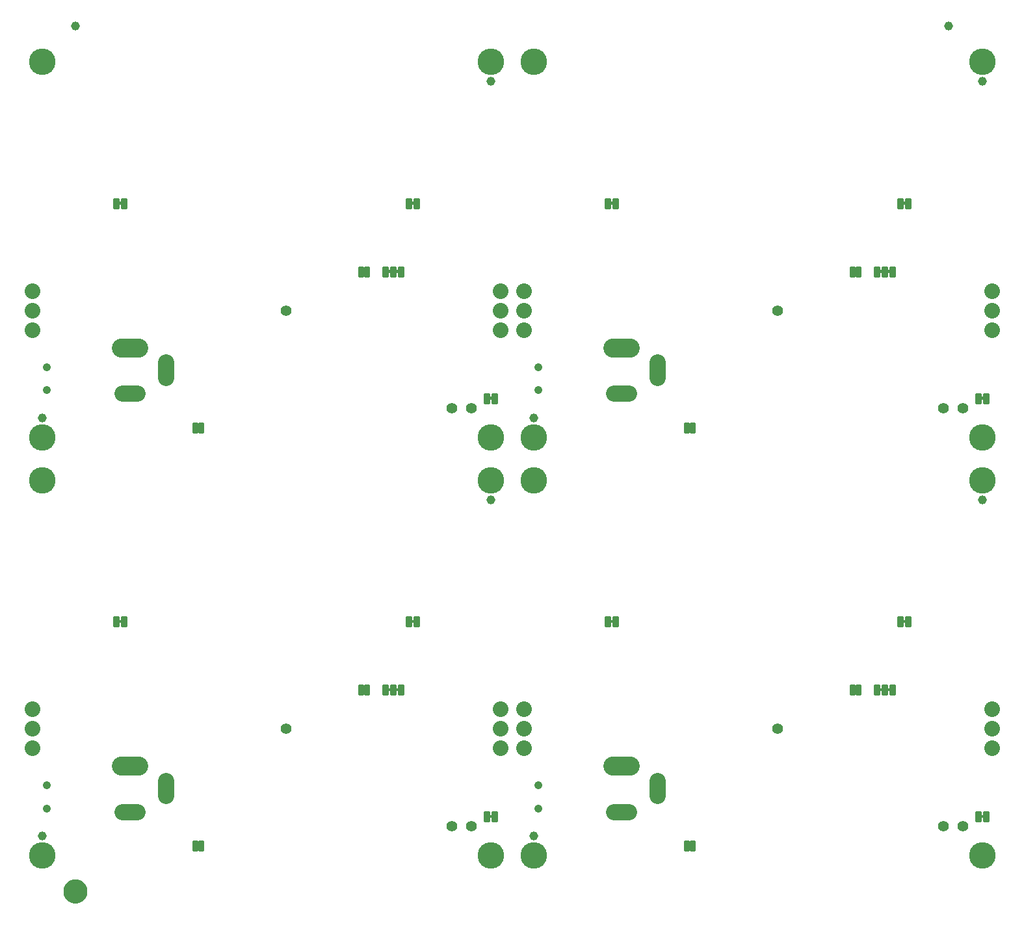
<source format=gbs>
G04 EAGLE Gerber RS-274X export*
G75*
%MOMM*%
%FSLAX34Y34*%
%LPD*%
%INSoldermask Bottom*%
%IPPOS*%
%AMOC8*
5,1,8,0,0,1.08239X$1,22.5*%
G01*
%ADD10C,1.152400*%
%ADD11C,3.454400*%
%ADD12C,0.251966*%
%ADD13C,2.032000*%
%ADD14C,2.152400*%
%ADD15C,2.452400*%
%ADD16C,1.052400*%
%ADD17C,1.422400*%
%ADD18C,1.270000*%
%ADD19C,1.652400*%

G36*
X128970Y873137D02*
X128970Y873137D01*
X129036Y873139D01*
X129079Y873157D01*
X129126Y873165D01*
X129183Y873199D01*
X129243Y873224D01*
X129278Y873255D01*
X129319Y873280D01*
X129361Y873331D01*
X129409Y873375D01*
X129431Y873417D01*
X129460Y873454D01*
X129481Y873516D01*
X129512Y873575D01*
X129520Y873629D01*
X129532Y873666D01*
X129531Y873706D01*
X129539Y873760D01*
X129539Y876300D01*
X129528Y876365D01*
X129526Y876431D01*
X129508Y876474D01*
X129500Y876521D01*
X129466Y876578D01*
X129441Y876638D01*
X129410Y876673D01*
X129385Y876714D01*
X129334Y876756D01*
X129290Y876804D01*
X129248Y876826D01*
X129211Y876855D01*
X129149Y876876D01*
X129090Y876907D01*
X129036Y876915D01*
X128999Y876927D01*
X128959Y876926D01*
X128905Y876934D01*
X125095Y876934D01*
X125030Y876923D01*
X124964Y876921D01*
X124921Y876903D01*
X124874Y876895D01*
X124817Y876861D01*
X124757Y876836D01*
X124722Y876805D01*
X124681Y876780D01*
X124640Y876729D01*
X124591Y876685D01*
X124569Y876643D01*
X124540Y876606D01*
X124519Y876544D01*
X124488Y876485D01*
X124480Y876431D01*
X124468Y876394D01*
X124468Y876391D01*
X124469Y876354D01*
X124461Y876300D01*
X124461Y873760D01*
X124472Y873695D01*
X124474Y873629D01*
X124492Y873586D01*
X124500Y873539D01*
X124534Y873482D01*
X124559Y873422D01*
X124590Y873387D01*
X124615Y873346D01*
X124666Y873305D01*
X124710Y873256D01*
X124752Y873234D01*
X124789Y873205D01*
X124851Y873184D01*
X124910Y873153D01*
X124964Y873145D01*
X125001Y873133D01*
X125041Y873134D01*
X125095Y873126D01*
X128905Y873126D01*
X128970Y873137D01*
G37*
G36*
X1150050Y873137D02*
X1150050Y873137D01*
X1150116Y873139D01*
X1150159Y873157D01*
X1150206Y873165D01*
X1150263Y873199D01*
X1150323Y873224D01*
X1150358Y873255D01*
X1150399Y873280D01*
X1150441Y873331D01*
X1150489Y873375D01*
X1150511Y873417D01*
X1150540Y873454D01*
X1150561Y873516D01*
X1150592Y873575D01*
X1150600Y873629D01*
X1150612Y873666D01*
X1150611Y873706D01*
X1150619Y873760D01*
X1150619Y876300D01*
X1150608Y876365D01*
X1150606Y876431D01*
X1150588Y876474D01*
X1150580Y876521D01*
X1150546Y876578D01*
X1150521Y876638D01*
X1150490Y876673D01*
X1150465Y876714D01*
X1150414Y876756D01*
X1150370Y876804D01*
X1150328Y876826D01*
X1150291Y876855D01*
X1150229Y876876D01*
X1150170Y876907D01*
X1150116Y876915D01*
X1150079Y876927D01*
X1150039Y876926D01*
X1149985Y876934D01*
X1146175Y876934D01*
X1146110Y876923D01*
X1146044Y876921D01*
X1146001Y876903D01*
X1145954Y876895D01*
X1145897Y876861D01*
X1145837Y876836D01*
X1145802Y876805D01*
X1145761Y876780D01*
X1145720Y876729D01*
X1145671Y876685D01*
X1145649Y876643D01*
X1145620Y876606D01*
X1145599Y876544D01*
X1145568Y876485D01*
X1145560Y876431D01*
X1145548Y876394D01*
X1145548Y876391D01*
X1145549Y876354D01*
X1145541Y876300D01*
X1145541Y873760D01*
X1145552Y873695D01*
X1145554Y873629D01*
X1145572Y873586D01*
X1145580Y873539D01*
X1145614Y873482D01*
X1145639Y873422D01*
X1145670Y873387D01*
X1145695Y873346D01*
X1145746Y873305D01*
X1145790Y873256D01*
X1145832Y873234D01*
X1145869Y873205D01*
X1145931Y873184D01*
X1145990Y873153D01*
X1146044Y873145D01*
X1146081Y873133D01*
X1146121Y873134D01*
X1146175Y873126D01*
X1149985Y873126D01*
X1150050Y873137D01*
G37*
G36*
X509970Y873137D02*
X509970Y873137D01*
X510036Y873139D01*
X510079Y873157D01*
X510126Y873165D01*
X510183Y873199D01*
X510243Y873224D01*
X510278Y873255D01*
X510319Y873280D01*
X510361Y873331D01*
X510409Y873375D01*
X510431Y873417D01*
X510460Y873454D01*
X510481Y873516D01*
X510512Y873575D01*
X510520Y873629D01*
X510532Y873666D01*
X510531Y873706D01*
X510539Y873760D01*
X510539Y876300D01*
X510528Y876365D01*
X510526Y876431D01*
X510508Y876474D01*
X510500Y876521D01*
X510466Y876578D01*
X510441Y876638D01*
X510410Y876673D01*
X510385Y876714D01*
X510334Y876756D01*
X510290Y876804D01*
X510248Y876826D01*
X510211Y876855D01*
X510149Y876876D01*
X510090Y876907D01*
X510036Y876915D01*
X509999Y876927D01*
X509959Y876926D01*
X509905Y876934D01*
X506095Y876934D01*
X506030Y876923D01*
X505964Y876921D01*
X505921Y876903D01*
X505874Y876895D01*
X505817Y876861D01*
X505757Y876836D01*
X505722Y876805D01*
X505681Y876780D01*
X505640Y876729D01*
X505591Y876685D01*
X505569Y876643D01*
X505540Y876606D01*
X505519Y876544D01*
X505488Y876485D01*
X505480Y876431D01*
X505468Y876394D01*
X505468Y876391D01*
X505469Y876354D01*
X505461Y876300D01*
X505461Y873760D01*
X505472Y873695D01*
X505474Y873629D01*
X505492Y873586D01*
X505500Y873539D01*
X505534Y873482D01*
X505559Y873422D01*
X505590Y873387D01*
X505615Y873346D01*
X505666Y873305D01*
X505710Y873256D01*
X505752Y873234D01*
X505789Y873205D01*
X505851Y873184D01*
X505910Y873153D01*
X505964Y873145D01*
X506001Y873133D01*
X506041Y873134D01*
X506095Y873126D01*
X509905Y873126D01*
X509970Y873137D01*
G37*
G36*
X769050Y873137D02*
X769050Y873137D01*
X769116Y873139D01*
X769159Y873157D01*
X769206Y873165D01*
X769263Y873199D01*
X769323Y873224D01*
X769358Y873255D01*
X769399Y873280D01*
X769441Y873331D01*
X769489Y873375D01*
X769511Y873417D01*
X769540Y873454D01*
X769561Y873516D01*
X769592Y873575D01*
X769600Y873629D01*
X769612Y873666D01*
X769611Y873706D01*
X769619Y873760D01*
X769619Y876300D01*
X769608Y876365D01*
X769606Y876431D01*
X769588Y876474D01*
X769580Y876521D01*
X769546Y876578D01*
X769521Y876638D01*
X769490Y876673D01*
X769465Y876714D01*
X769414Y876756D01*
X769370Y876804D01*
X769328Y876826D01*
X769291Y876855D01*
X769229Y876876D01*
X769170Y876907D01*
X769116Y876915D01*
X769079Y876927D01*
X769039Y876926D01*
X768985Y876934D01*
X765175Y876934D01*
X765110Y876923D01*
X765044Y876921D01*
X765001Y876903D01*
X764954Y876895D01*
X764897Y876861D01*
X764837Y876836D01*
X764802Y876805D01*
X764761Y876780D01*
X764720Y876729D01*
X764671Y876685D01*
X764649Y876643D01*
X764620Y876606D01*
X764599Y876544D01*
X764568Y876485D01*
X764560Y876431D01*
X764548Y876394D01*
X764548Y876391D01*
X764549Y876354D01*
X764541Y876300D01*
X764541Y873760D01*
X764552Y873695D01*
X764554Y873629D01*
X764572Y873586D01*
X764580Y873539D01*
X764614Y873482D01*
X764639Y873422D01*
X764670Y873387D01*
X764695Y873346D01*
X764746Y873305D01*
X764790Y873256D01*
X764832Y873234D01*
X764869Y873205D01*
X764931Y873184D01*
X764990Y873153D01*
X765044Y873145D01*
X765081Y873133D01*
X765121Y873134D01*
X765175Y873126D01*
X768985Y873126D01*
X769050Y873137D01*
G37*
G36*
X1129730Y784237D02*
X1129730Y784237D01*
X1129796Y784239D01*
X1129839Y784257D01*
X1129886Y784265D01*
X1129943Y784299D01*
X1130003Y784324D01*
X1130038Y784355D01*
X1130079Y784380D01*
X1130121Y784431D01*
X1130169Y784475D01*
X1130191Y784517D01*
X1130220Y784554D01*
X1130241Y784616D01*
X1130272Y784675D01*
X1130280Y784729D01*
X1130292Y784766D01*
X1130291Y784806D01*
X1130299Y784860D01*
X1130299Y787400D01*
X1130288Y787465D01*
X1130286Y787531D01*
X1130268Y787574D01*
X1130260Y787621D01*
X1130226Y787678D01*
X1130201Y787738D01*
X1130170Y787773D01*
X1130145Y787814D01*
X1130094Y787856D01*
X1130050Y787904D01*
X1130008Y787926D01*
X1129971Y787955D01*
X1129909Y787976D01*
X1129850Y788007D01*
X1129796Y788015D01*
X1129759Y788027D01*
X1129719Y788026D01*
X1129665Y788034D01*
X1125855Y788034D01*
X1125790Y788023D01*
X1125724Y788021D01*
X1125681Y788003D01*
X1125634Y787995D01*
X1125577Y787961D01*
X1125517Y787936D01*
X1125482Y787905D01*
X1125441Y787880D01*
X1125400Y787829D01*
X1125351Y787785D01*
X1125329Y787743D01*
X1125300Y787706D01*
X1125279Y787644D01*
X1125248Y787585D01*
X1125240Y787531D01*
X1125228Y787494D01*
X1125228Y787491D01*
X1125229Y787454D01*
X1125221Y787400D01*
X1125221Y784860D01*
X1125232Y784795D01*
X1125234Y784729D01*
X1125252Y784686D01*
X1125260Y784639D01*
X1125294Y784582D01*
X1125319Y784522D01*
X1125350Y784487D01*
X1125375Y784446D01*
X1125426Y784405D01*
X1125470Y784356D01*
X1125512Y784334D01*
X1125549Y784305D01*
X1125611Y784284D01*
X1125670Y784253D01*
X1125724Y784245D01*
X1125761Y784233D01*
X1125801Y784234D01*
X1125855Y784226D01*
X1129665Y784226D01*
X1129730Y784237D01*
G37*
G36*
X1119570Y784237D02*
X1119570Y784237D01*
X1119636Y784239D01*
X1119679Y784257D01*
X1119726Y784265D01*
X1119783Y784299D01*
X1119843Y784324D01*
X1119878Y784355D01*
X1119919Y784380D01*
X1119961Y784431D01*
X1120009Y784475D01*
X1120031Y784517D01*
X1120060Y784554D01*
X1120081Y784616D01*
X1120112Y784675D01*
X1120120Y784729D01*
X1120132Y784766D01*
X1120131Y784806D01*
X1120139Y784860D01*
X1120139Y787400D01*
X1120128Y787465D01*
X1120126Y787531D01*
X1120108Y787574D01*
X1120100Y787621D01*
X1120066Y787678D01*
X1120041Y787738D01*
X1120010Y787773D01*
X1119985Y787814D01*
X1119934Y787856D01*
X1119890Y787904D01*
X1119848Y787926D01*
X1119811Y787955D01*
X1119749Y787976D01*
X1119690Y788007D01*
X1119636Y788015D01*
X1119599Y788027D01*
X1119559Y788026D01*
X1119505Y788034D01*
X1115695Y788034D01*
X1115630Y788023D01*
X1115564Y788021D01*
X1115521Y788003D01*
X1115474Y787995D01*
X1115417Y787961D01*
X1115357Y787936D01*
X1115322Y787905D01*
X1115281Y787880D01*
X1115240Y787829D01*
X1115191Y787785D01*
X1115169Y787743D01*
X1115140Y787706D01*
X1115119Y787644D01*
X1115088Y787585D01*
X1115080Y787531D01*
X1115068Y787494D01*
X1115068Y787491D01*
X1115069Y787454D01*
X1115061Y787400D01*
X1115061Y784860D01*
X1115072Y784795D01*
X1115074Y784729D01*
X1115092Y784686D01*
X1115100Y784639D01*
X1115134Y784582D01*
X1115159Y784522D01*
X1115190Y784487D01*
X1115215Y784446D01*
X1115266Y784405D01*
X1115310Y784356D01*
X1115352Y784334D01*
X1115389Y784305D01*
X1115451Y784284D01*
X1115510Y784253D01*
X1115564Y784245D01*
X1115601Y784233D01*
X1115641Y784234D01*
X1115695Y784226D01*
X1119505Y784226D01*
X1119570Y784237D01*
G37*
G36*
X489650Y784237D02*
X489650Y784237D01*
X489716Y784239D01*
X489759Y784257D01*
X489806Y784265D01*
X489863Y784299D01*
X489923Y784324D01*
X489958Y784355D01*
X489999Y784380D01*
X490041Y784431D01*
X490089Y784475D01*
X490111Y784517D01*
X490140Y784554D01*
X490161Y784616D01*
X490192Y784675D01*
X490200Y784729D01*
X490212Y784766D01*
X490211Y784806D01*
X490219Y784860D01*
X490219Y787400D01*
X490208Y787465D01*
X490206Y787531D01*
X490188Y787574D01*
X490180Y787621D01*
X490146Y787678D01*
X490121Y787738D01*
X490090Y787773D01*
X490065Y787814D01*
X490014Y787856D01*
X489970Y787904D01*
X489928Y787926D01*
X489891Y787955D01*
X489829Y787976D01*
X489770Y788007D01*
X489716Y788015D01*
X489679Y788027D01*
X489639Y788026D01*
X489585Y788034D01*
X485775Y788034D01*
X485710Y788023D01*
X485644Y788021D01*
X485601Y788003D01*
X485554Y787995D01*
X485497Y787961D01*
X485437Y787936D01*
X485402Y787905D01*
X485361Y787880D01*
X485320Y787829D01*
X485271Y787785D01*
X485249Y787743D01*
X485220Y787706D01*
X485199Y787644D01*
X485168Y787585D01*
X485160Y787531D01*
X485148Y787494D01*
X485148Y787491D01*
X485149Y787454D01*
X485141Y787400D01*
X485141Y784860D01*
X485152Y784795D01*
X485154Y784729D01*
X485172Y784686D01*
X485180Y784639D01*
X485214Y784582D01*
X485239Y784522D01*
X485270Y784487D01*
X485295Y784446D01*
X485346Y784405D01*
X485390Y784356D01*
X485432Y784334D01*
X485469Y784305D01*
X485531Y784284D01*
X485590Y784253D01*
X485644Y784245D01*
X485681Y784233D01*
X485721Y784234D01*
X485775Y784226D01*
X489585Y784226D01*
X489650Y784237D01*
G37*
G36*
X479490Y784237D02*
X479490Y784237D01*
X479556Y784239D01*
X479599Y784257D01*
X479646Y784265D01*
X479703Y784299D01*
X479763Y784324D01*
X479798Y784355D01*
X479839Y784380D01*
X479881Y784431D01*
X479929Y784475D01*
X479951Y784517D01*
X479980Y784554D01*
X480001Y784616D01*
X480032Y784675D01*
X480040Y784729D01*
X480052Y784766D01*
X480051Y784806D01*
X480059Y784860D01*
X480059Y787400D01*
X480048Y787465D01*
X480046Y787531D01*
X480028Y787574D01*
X480020Y787621D01*
X479986Y787678D01*
X479961Y787738D01*
X479930Y787773D01*
X479905Y787814D01*
X479854Y787856D01*
X479810Y787904D01*
X479768Y787926D01*
X479731Y787955D01*
X479669Y787976D01*
X479610Y788007D01*
X479556Y788015D01*
X479519Y788027D01*
X479479Y788026D01*
X479425Y788034D01*
X475615Y788034D01*
X475550Y788023D01*
X475484Y788021D01*
X475441Y788003D01*
X475394Y787995D01*
X475337Y787961D01*
X475277Y787936D01*
X475242Y787905D01*
X475201Y787880D01*
X475160Y787829D01*
X475111Y787785D01*
X475089Y787743D01*
X475060Y787706D01*
X475039Y787644D01*
X475008Y787585D01*
X475000Y787531D01*
X474988Y787494D01*
X474988Y787491D01*
X474989Y787454D01*
X474981Y787400D01*
X474981Y784860D01*
X474992Y784795D01*
X474994Y784729D01*
X475012Y784686D01*
X475020Y784639D01*
X475054Y784582D01*
X475079Y784522D01*
X475110Y784487D01*
X475135Y784446D01*
X475186Y784405D01*
X475230Y784356D01*
X475272Y784334D01*
X475309Y784305D01*
X475371Y784284D01*
X475430Y784253D01*
X475484Y784245D01*
X475521Y784233D01*
X475561Y784234D01*
X475615Y784226D01*
X479425Y784226D01*
X479490Y784237D01*
G37*
G36*
X611570Y619137D02*
X611570Y619137D01*
X611636Y619139D01*
X611679Y619157D01*
X611726Y619165D01*
X611783Y619199D01*
X611843Y619224D01*
X611878Y619255D01*
X611919Y619280D01*
X611961Y619331D01*
X612009Y619375D01*
X612031Y619417D01*
X612060Y619454D01*
X612081Y619516D01*
X612112Y619575D01*
X612120Y619629D01*
X612132Y619666D01*
X612131Y619706D01*
X612139Y619760D01*
X612139Y622300D01*
X612128Y622365D01*
X612126Y622431D01*
X612108Y622474D01*
X612100Y622521D01*
X612066Y622578D01*
X612041Y622638D01*
X612010Y622673D01*
X611985Y622714D01*
X611934Y622756D01*
X611890Y622804D01*
X611848Y622826D01*
X611811Y622855D01*
X611749Y622876D01*
X611690Y622907D01*
X611636Y622915D01*
X611599Y622927D01*
X611559Y622926D01*
X611505Y622934D01*
X607695Y622934D01*
X607630Y622923D01*
X607564Y622921D01*
X607521Y622903D01*
X607474Y622895D01*
X607417Y622861D01*
X607357Y622836D01*
X607322Y622805D01*
X607281Y622780D01*
X607240Y622729D01*
X607191Y622685D01*
X607169Y622643D01*
X607140Y622606D01*
X607119Y622544D01*
X607088Y622485D01*
X607080Y622431D01*
X607068Y622394D01*
X607068Y622391D01*
X607069Y622354D01*
X607061Y622300D01*
X607061Y619760D01*
X607072Y619695D01*
X607074Y619629D01*
X607092Y619586D01*
X607100Y619539D01*
X607134Y619482D01*
X607159Y619422D01*
X607190Y619387D01*
X607215Y619346D01*
X607266Y619305D01*
X607310Y619256D01*
X607352Y619234D01*
X607389Y619205D01*
X607451Y619184D01*
X607510Y619153D01*
X607564Y619145D01*
X607601Y619133D01*
X607641Y619134D01*
X607695Y619126D01*
X611505Y619126D01*
X611570Y619137D01*
G37*
G36*
X1251650Y619137D02*
X1251650Y619137D01*
X1251716Y619139D01*
X1251759Y619157D01*
X1251806Y619165D01*
X1251863Y619199D01*
X1251923Y619224D01*
X1251958Y619255D01*
X1251999Y619280D01*
X1252041Y619331D01*
X1252089Y619375D01*
X1252111Y619417D01*
X1252140Y619454D01*
X1252161Y619516D01*
X1252192Y619575D01*
X1252200Y619629D01*
X1252212Y619666D01*
X1252211Y619706D01*
X1252219Y619760D01*
X1252219Y622300D01*
X1252208Y622365D01*
X1252206Y622431D01*
X1252188Y622474D01*
X1252180Y622521D01*
X1252146Y622578D01*
X1252121Y622638D01*
X1252090Y622673D01*
X1252065Y622714D01*
X1252014Y622756D01*
X1251970Y622804D01*
X1251928Y622826D01*
X1251891Y622855D01*
X1251829Y622876D01*
X1251770Y622907D01*
X1251716Y622915D01*
X1251679Y622927D01*
X1251639Y622926D01*
X1251585Y622934D01*
X1247775Y622934D01*
X1247710Y622923D01*
X1247644Y622921D01*
X1247601Y622903D01*
X1247554Y622895D01*
X1247497Y622861D01*
X1247437Y622836D01*
X1247402Y622805D01*
X1247361Y622780D01*
X1247320Y622729D01*
X1247271Y622685D01*
X1247249Y622643D01*
X1247220Y622606D01*
X1247199Y622544D01*
X1247168Y622485D01*
X1247160Y622431D01*
X1247148Y622394D01*
X1247148Y622391D01*
X1247149Y622354D01*
X1247141Y622300D01*
X1247141Y619760D01*
X1247152Y619695D01*
X1247154Y619629D01*
X1247172Y619586D01*
X1247180Y619539D01*
X1247214Y619482D01*
X1247239Y619422D01*
X1247270Y619387D01*
X1247295Y619346D01*
X1247346Y619305D01*
X1247390Y619256D01*
X1247432Y619234D01*
X1247469Y619205D01*
X1247531Y619184D01*
X1247590Y619153D01*
X1247644Y619145D01*
X1247681Y619133D01*
X1247721Y619134D01*
X1247775Y619126D01*
X1251585Y619126D01*
X1251650Y619137D01*
G37*
G36*
X509970Y328307D02*
X509970Y328307D01*
X510036Y328309D01*
X510079Y328327D01*
X510126Y328335D01*
X510183Y328369D01*
X510243Y328394D01*
X510278Y328425D01*
X510319Y328450D01*
X510361Y328501D01*
X510409Y328545D01*
X510431Y328587D01*
X510460Y328624D01*
X510481Y328686D01*
X510512Y328745D01*
X510520Y328799D01*
X510532Y328836D01*
X510531Y328876D01*
X510539Y328930D01*
X510539Y331470D01*
X510528Y331535D01*
X510526Y331601D01*
X510508Y331644D01*
X510500Y331691D01*
X510466Y331748D01*
X510441Y331808D01*
X510410Y331843D01*
X510385Y331884D01*
X510334Y331926D01*
X510290Y331974D01*
X510248Y331996D01*
X510211Y332025D01*
X510149Y332046D01*
X510090Y332077D01*
X510036Y332085D01*
X509999Y332097D01*
X509959Y332096D01*
X509905Y332104D01*
X506095Y332104D01*
X506030Y332093D01*
X505964Y332091D01*
X505921Y332073D01*
X505874Y332065D01*
X505817Y332031D01*
X505757Y332006D01*
X505722Y331975D01*
X505681Y331950D01*
X505640Y331899D01*
X505591Y331855D01*
X505569Y331813D01*
X505540Y331776D01*
X505519Y331714D01*
X505488Y331655D01*
X505480Y331601D01*
X505468Y331564D01*
X505468Y331561D01*
X505469Y331524D01*
X505461Y331470D01*
X505461Y328930D01*
X505472Y328865D01*
X505474Y328799D01*
X505492Y328756D01*
X505500Y328709D01*
X505534Y328652D01*
X505559Y328592D01*
X505590Y328557D01*
X505615Y328516D01*
X505666Y328475D01*
X505710Y328426D01*
X505752Y328404D01*
X505789Y328375D01*
X505851Y328354D01*
X505910Y328323D01*
X505964Y328315D01*
X506001Y328303D01*
X506041Y328304D01*
X506095Y328296D01*
X509905Y328296D01*
X509970Y328307D01*
G37*
G36*
X1150050Y328307D02*
X1150050Y328307D01*
X1150116Y328309D01*
X1150159Y328327D01*
X1150206Y328335D01*
X1150263Y328369D01*
X1150323Y328394D01*
X1150358Y328425D01*
X1150399Y328450D01*
X1150441Y328501D01*
X1150489Y328545D01*
X1150511Y328587D01*
X1150540Y328624D01*
X1150561Y328686D01*
X1150592Y328745D01*
X1150600Y328799D01*
X1150612Y328836D01*
X1150611Y328876D01*
X1150619Y328930D01*
X1150619Y331470D01*
X1150608Y331535D01*
X1150606Y331601D01*
X1150588Y331644D01*
X1150580Y331691D01*
X1150546Y331748D01*
X1150521Y331808D01*
X1150490Y331843D01*
X1150465Y331884D01*
X1150414Y331926D01*
X1150370Y331974D01*
X1150328Y331996D01*
X1150291Y332025D01*
X1150229Y332046D01*
X1150170Y332077D01*
X1150116Y332085D01*
X1150079Y332097D01*
X1150039Y332096D01*
X1149985Y332104D01*
X1146175Y332104D01*
X1146110Y332093D01*
X1146044Y332091D01*
X1146001Y332073D01*
X1145954Y332065D01*
X1145897Y332031D01*
X1145837Y332006D01*
X1145802Y331975D01*
X1145761Y331950D01*
X1145720Y331899D01*
X1145671Y331855D01*
X1145649Y331813D01*
X1145620Y331776D01*
X1145599Y331714D01*
X1145568Y331655D01*
X1145560Y331601D01*
X1145548Y331564D01*
X1145548Y331561D01*
X1145549Y331524D01*
X1145541Y331470D01*
X1145541Y328930D01*
X1145552Y328865D01*
X1145554Y328799D01*
X1145572Y328756D01*
X1145580Y328709D01*
X1145614Y328652D01*
X1145639Y328592D01*
X1145670Y328557D01*
X1145695Y328516D01*
X1145746Y328475D01*
X1145790Y328426D01*
X1145832Y328404D01*
X1145869Y328375D01*
X1145931Y328354D01*
X1145990Y328323D01*
X1146044Y328315D01*
X1146081Y328303D01*
X1146121Y328304D01*
X1146175Y328296D01*
X1149985Y328296D01*
X1150050Y328307D01*
G37*
G36*
X769050Y328307D02*
X769050Y328307D01*
X769116Y328309D01*
X769159Y328327D01*
X769206Y328335D01*
X769263Y328369D01*
X769323Y328394D01*
X769358Y328425D01*
X769399Y328450D01*
X769441Y328501D01*
X769489Y328545D01*
X769511Y328587D01*
X769540Y328624D01*
X769561Y328686D01*
X769592Y328745D01*
X769600Y328799D01*
X769612Y328836D01*
X769611Y328876D01*
X769619Y328930D01*
X769619Y331470D01*
X769608Y331535D01*
X769606Y331601D01*
X769588Y331644D01*
X769580Y331691D01*
X769546Y331748D01*
X769521Y331808D01*
X769490Y331843D01*
X769465Y331884D01*
X769414Y331926D01*
X769370Y331974D01*
X769328Y331996D01*
X769291Y332025D01*
X769229Y332046D01*
X769170Y332077D01*
X769116Y332085D01*
X769079Y332097D01*
X769039Y332096D01*
X768985Y332104D01*
X765175Y332104D01*
X765110Y332093D01*
X765044Y332091D01*
X765001Y332073D01*
X764954Y332065D01*
X764897Y332031D01*
X764837Y332006D01*
X764802Y331975D01*
X764761Y331950D01*
X764720Y331899D01*
X764671Y331855D01*
X764649Y331813D01*
X764620Y331776D01*
X764599Y331714D01*
X764568Y331655D01*
X764560Y331601D01*
X764548Y331564D01*
X764548Y331561D01*
X764549Y331524D01*
X764541Y331470D01*
X764541Y328930D01*
X764552Y328865D01*
X764554Y328799D01*
X764572Y328756D01*
X764580Y328709D01*
X764614Y328652D01*
X764639Y328592D01*
X764670Y328557D01*
X764695Y328516D01*
X764746Y328475D01*
X764790Y328426D01*
X764832Y328404D01*
X764869Y328375D01*
X764931Y328354D01*
X764990Y328323D01*
X765044Y328315D01*
X765081Y328303D01*
X765121Y328304D01*
X765175Y328296D01*
X768985Y328296D01*
X769050Y328307D01*
G37*
G36*
X128970Y328307D02*
X128970Y328307D01*
X129036Y328309D01*
X129079Y328327D01*
X129126Y328335D01*
X129183Y328369D01*
X129243Y328394D01*
X129278Y328425D01*
X129319Y328450D01*
X129361Y328501D01*
X129409Y328545D01*
X129431Y328587D01*
X129460Y328624D01*
X129481Y328686D01*
X129512Y328745D01*
X129520Y328799D01*
X129532Y328836D01*
X129531Y328876D01*
X129539Y328930D01*
X129539Y331470D01*
X129528Y331535D01*
X129526Y331601D01*
X129508Y331644D01*
X129500Y331691D01*
X129466Y331748D01*
X129441Y331808D01*
X129410Y331843D01*
X129385Y331884D01*
X129334Y331926D01*
X129290Y331974D01*
X129248Y331996D01*
X129211Y332025D01*
X129149Y332046D01*
X129090Y332077D01*
X129036Y332085D01*
X128999Y332097D01*
X128959Y332096D01*
X128905Y332104D01*
X125095Y332104D01*
X125030Y332093D01*
X124964Y332091D01*
X124921Y332073D01*
X124874Y332065D01*
X124817Y332031D01*
X124757Y332006D01*
X124722Y331975D01*
X124681Y331950D01*
X124640Y331899D01*
X124591Y331855D01*
X124569Y331813D01*
X124540Y331776D01*
X124519Y331714D01*
X124488Y331655D01*
X124480Y331601D01*
X124468Y331564D01*
X124468Y331561D01*
X124469Y331524D01*
X124461Y331470D01*
X124461Y328930D01*
X124472Y328865D01*
X124474Y328799D01*
X124492Y328756D01*
X124500Y328709D01*
X124534Y328652D01*
X124559Y328592D01*
X124590Y328557D01*
X124615Y328516D01*
X124666Y328475D01*
X124710Y328426D01*
X124752Y328404D01*
X124789Y328375D01*
X124851Y328354D01*
X124910Y328323D01*
X124964Y328315D01*
X125001Y328303D01*
X125041Y328304D01*
X125095Y328296D01*
X128905Y328296D01*
X128970Y328307D01*
G37*
G36*
X1129730Y239407D02*
X1129730Y239407D01*
X1129796Y239409D01*
X1129839Y239427D01*
X1129886Y239435D01*
X1129943Y239469D01*
X1130003Y239494D01*
X1130038Y239525D01*
X1130079Y239550D01*
X1130121Y239601D01*
X1130169Y239645D01*
X1130191Y239687D01*
X1130220Y239724D01*
X1130241Y239786D01*
X1130272Y239845D01*
X1130280Y239899D01*
X1130292Y239936D01*
X1130291Y239976D01*
X1130299Y240030D01*
X1130299Y242570D01*
X1130288Y242635D01*
X1130286Y242701D01*
X1130268Y242744D01*
X1130260Y242791D01*
X1130226Y242848D01*
X1130201Y242908D01*
X1130170Y242943D01*
X1130145Y242984D01*
X1130094Y243026D01*
X1130050Y243074D01*
X1130008Y243096D01*
X1129971Y243125D01*
X1129909Y243146D01*
X1129850Y243177D01*
X1129796Y243185D01*
X1129759Y243197D01*
X1129719Y243196D01*
X1129665Y243204D01*
X1125855Y243204D01*
X1125790Y243193D01*
X1125724Y243191D01*
X1125681Y243173D01*
X1125634Y243165D01*
X1125577Y243131D01*
X1125517Y243106D01*
X1125482Y243075D01*
X1125441Y243050D01*
X1125400Y242999D01*
X1125351Y242955D01*
X1125329Y242913D01*
X1125300Y242876D01*
X1125279Y242814D01*
X1125248Y242755D01*
X1125240Y242701D01*
X1125228Y242664D01*
X1125228Y242661D01*
X1125229Y242624D01*
X1125221Y242570D01*
X1125221Y240030D01*
X1125232Y239965D01*
X1125234Y239899D01*
X1125252Y239856D01*
X1125260Y239809D01*
X1125294Y239752D01*
X1125319Y239692D01*
X1125350Y239657D01*
X1125375Y239616D01*
X1125426Y239575D01*
X1125470Y239526D01*
X1125512Y239504D01*
X1125549Y239475D01*
X1125611Y239454D01*
X1125670Y239423D01*
X1125724Y239415D01*
X1125761Y239403D01*
X1125801Y239404D01*
X1125855Y239396D01*
X1129665Y239396D01*
X1129730Y239407D01*
G37*
G36*
X479490Y239407D02*
X479490Y239407D01*
X479556Y239409D01*
X479599Y239427D01*
X479646Y239435D01*
X479703Y239469D01*
X479763Y239494D01*
X479798Y239525D01*
X479839Y239550D01*
X479881Y239601D01*
X479929Y239645D01*
X479951Y239687D01*
X479980Y239724D01*
X480001Y239786D01*
X480032Y239845D01*
X480040Y239899D01*
X480052Y239936D01*
X480051Y239976D01*
X480059Y240030D01*
X480059Y242570D01*
X480048Y242635D01*
X480046Y242701D01*
X480028Y242744D01*
X480020Y242791D01*
X479986Y242848D01*
X479961Y242908D01*
X479930Y242943D01*
X479905Y242984D01*
X479854Y243026D01*
X479810Y243074D01*
X479768Y243096D01*
X479731Y243125D01*
X479669Y243146D01*
X479610Y243177D01*
X479556Y243185D01*
X479519Y243197D01*
X479479Y243196D01*
X479425Y243204D01*
X475615Y243204D01*
X475550Y243193D01*
X475484Y243191D01*
X475441Y243173D01*
X475394Y243165D01*
X475337Y243131D01*
X475277Y243106D01*
X475242Y243075D01*
X475201Y243050D01*
X475160Y242999D01*
X475111Y242955D01*
X475089Y242913D01*
X475060Y242876D01*
X475039Y242814D01*
X475008Y242755D01*
X475000Y242701D01*
X474988Y242664D01*
X474988Y242661D01*
X474989Y242624D01*
X474981Y242570D01*
X474981Y240030D01*
X474992Y239965D01*
X474994Y239899D01*
X475012Y239856D01*
X475020Y239809D01*
X475054Y239752D01*
X475079Y239692D01*
X475110Y239657D01*
X475135Y239616D01*
X475186Y239575D01*
X475230Y239526D01*
X475272Y239504D01*
X475309Y239475D01*
X475371Y239454D01*
X475430Y239423D01*
X475484Y239415D01*
X475521Y239403D01*
X475561Y239404D01*
X475615Y239396D01*
X479425Y239396D01*
X479490Y239407D01*
G37*
G36*
X1119570Y239407D02*
X1119570Y239407D01*
X1119636Y239409D01*
X1119679Y239427D01*
X1119726Y239435D01*
X1119783Y239469D01*
X1119843Y239494D01*
X1119878Y239525D01*
X1119919Y239550D01*
X1119961Y239601D01*
X1120009Y239645D01*
X1120031Y239687D01*
X1120060Y239724D01*
X1120081Y239786D01*
X1120112Y239845D01*
X1120120Y239899D01*
X1120132Y239936D01*
X1120131Y239976D01*
X1120139Y240030D01*
X1120139Y242570D01*
X1120128Y242635D01*
X1120126Y242701D01*
X1120108Y242744D01*
X1120100Y242791D01*
X1120066Y242848D01*
X1120041Y242908D01*
X1120010Y242943D01*
X1119985Y242984D01*
X1119934Y243026D01*
X1119890Y243074D01*
X1119848Y243096D01*
X1119811Y243125D01*
X1119749Y243146D01*
X1119690Y243177D01*
X1119636Y243185D01*
X1119599Y243197D01*
X1119559Y243196D01*
X1119505Y243204D01*
X1115695Y243204D01*
X1115630Y243193D01*
X1115564Y243191D01*
X1115521Y243173D01*
X1115474Y243165D01*
X1115417Y243131D01*
X1115357Y243106D01*
X1115322Y243075D01*
X1115281Y243050D01*
X1115240Y242999D01*
X1115191Y242955D01*
X1115169Y242913D01*
X1115140Y242876D01*
X1115119Y242814D01*
X1115088Y242755D01*
X1115080Y242701D01*
X1115068Y242664D01*
X1115068Y242661D01*
X1115069Y242624D01*
X1115061Y242570D01*
X1115061Y240030D01*
X1115072Y239965D01*
X1115074Y239899D01*
X1115092Y239856D01*
X1115100Y239809D01*
X1115134Y239752D01*
X1115159Y239692D01*
X1115190Y239657D01*
X1115215Y239616D01*
X1115266Y239575D01*
X1115310Y239526D01*
X1115352Y239504D01*
X1115389Y239475D01*
X1115451Y239454D01*
X1115510Y239423D01*
X1115564Y239415D01*
X1115601Y239403D01*
X1115641Y239404D01*
X1115695Y239396D01*
X1119505Y239396D01*
X1119570Y239407D01*
G37*
G36*
X489650Y239407D02*
X489650Y239407D01*
X489716Y239409D01*
X489759Y239427D01*
X489806Y239435D01*
X489863Y239469D01*
X489923Y239494D01*
X489958Y239525D01*
X489999Y239550D01*
X490041Y239601D01*
X490089Y239645D01*
X490111Y239687D01*
X490140Y239724D01*
X490161Y239786D01*
X490192Y239845D01*
X490200Y239899D01*
X490212Y239936D01*
X490211Y239976D01*
X490219Y240030D01*
X490219Y242570D01*
X490208Y242635D01*
X490206Y242701D01*
X490188Y242744D01*
X490180Y242791D01*
X490146Y242848D01*
X490121Y242908D01*
X490090Y242943D01*
X490065Y242984D01*
X490014Y243026D01*
X489970Y243074D01*
X489928Y243096D01*
X489891Y243125D01*
X489829Y243146D01*
X489770Y243177D01*
X489716Y243185D01*
X489679Y243197D01*
X489639Y243196D01*
X489585Y243204D01*
X485775Y243204D01*
X485710Y243193D01*
X485644Y243191D01*
X485601Y243173D01*
X485554Y243165D01*
X485497Y243131D01*
X485437Y243106D01*
X485402Y243075D01*
X485361Y243050D01*
X485320Y242999D01*
X485271Y242955D01*
X485249Y242913D01*
X485220Y242876D01*
X485199Y242814D01*
X485168Y242755D01*
X485160Y242701D01*
X485148Y242664D01*
X485148Y242661D01*
X485149Y242624D01*
X485141Y242570D01*
X485141Y240030D01*
X485152Y239965D01*
X485154Y239899D01*
X485172Y239856D01*
X485180Y239809D01*
X485214Y239752D01*
X485239Y239692D01*
X485270Y239657D01*
X485295Y239616D01*
X485346Y239575D01*
X485390Y239526D01*
X485432Y239504D01*
X485469Y239475D01*
X485531Y239454D01*
X485590Y239423D01*
X485644Y239415D01*
X485681Y239403D01*
X485721Y239404D01*
X485775Y239396D01*
X489585Y239396D01*
X489650Y239407D01*
G37*
G36*
X1251650Y74307D02*
X1251650Y74307D01*
X1251716Y74309D01*
X1251759Y74327D01*
X1251806Y74335D01*
X1251863Y74369D01*
X1251923Y74394D01*
X1251958Y74425D01*
X1251999Y74450D01*
X1252041Y74501D01*
X1252089Y74545D01*
X1252111Y74587D01*
X1252140Y74624D01*
X1252161Y74686D01*
X1252192Y74745D01*
X1252200Y74799D01*
X1252212Y74836D01*
X1252211Y74876D01*
X1252219Y74930D01*
X1252219Y77470D01*
X1252208Y77535D01*
X1252206Y77601D01*
X1252188Y77644D01*
X1252180Y77691D01*
X1252146Y77748D01*
X1252121Y77808D01*
X1252090Y77843D01*
X1252065Y77884D01*
X1252014Y77926D01*
X1251970Y77974D01*
X1251928Y77996D01*
X1251891Y78025D01*
X1251829Y78046D01*
X1251770Y78077D01*
X1251716Y78085D01*
X1251679Y78097D01*
X1251639Y78096D01*
X1251585Y78104D01*
X1247775Y78104D01*
X1247710Y78093D01*
X1247644Y78091D01*
X1247601Y78073D01*
X1247554Y78065D01*
X1247497Y78031D01*
X1247437Y78006D01*
X1247402Y77975D01*
X1247361Y77950D01*
X1247320Y77899D01*
X1247271Y77855D01*
X1247249Y77813D01*
X1247220Y77776D01*
X1247199Y77714D01*
X1247168Y77655D01*
X1247160Y77601D01*
X1247148Y77564D01*
X1247148Y77561D01*
X1247149Y77524D01*
X1247141Y77470D01*
X1247141Y74930D01*
X1247152Y74865D01*
X1247154Y74799D01*
X1247172Y74756D01*
X1247180Y74709D01*
X1247214Y74652D01*
X1247239Y74592D01*
X1247270Y74557D01*
X1247295Y74516D01*
X1247346Y74475D01*
X1247390Y74426D01*
X1247432Y74404D01*
X1247469Y74375D01*
X1247531Y74354D01*
X1247590Y74323D01*
X1247644Y74315D01*
X1247681Y74303D01*
X1247721Y74304D01*
X1247775Y74296D01*
X1251585Y74296D01*
X1251650Y74307D01*
G37*
G36*
X611570Y74307D02*
X611570Y74307D01*
X611636Y74309D01*
X611679Y74327D01*
X611726Y74335D01*
X611783Y74369D01*
X611843Y74394D01*
X611878Y74425D01*
X611919Y74450D01*
X611961Y74501D01*
X612009Y74545D01*
X612031Y74587D01*
X612060Y74624D01*
X612081Y74686D01*
X612112Y74745D01*
X612120Y74799D01*
X612132Y74836D01*
X612131Y74876D01*
X612139Y74930D01*
X612139Y77470D01*
X612128Y77535D01*
X612126Y77601D01*
X612108Y77644D01*
X612100Y77691D01*
X612066Y77748D01*
X612041Y77808D01*
X612010Y77843D01*
X611985Y77884D01*
X611934Y77926D01*
X611890Y77974D01*
X611848Y77996D01*
X611811Y78025D01*
X611749Y78046D01*
X611690Y78077D01*
X611636Y78085D01*
X611599Y78097D01*
X611559Y78096D01*
X611505Y78104D01*
X607695Y78104D01*
X607630Y78093D01*
X607564Y78091D01*
X607521Y78073D01*
X607474Y78065D01*
X607417Y78031D01*
X607357Y78006D01*
X607322Y77975D01*
X607281Y77950D01*
X607240Y77899D01*
X607191Y77855D01*
X607169Y77813D01*
X607140Y77776D01*
X607119Y77714D01*
X607088Y77655D01*
X607080Y77601D01*
X607068Y77564D01*
X607068Y77561D01*
X607069Y77524D01*
X607061Y77470D01*
X607061Y74930D01*
X607072Y74865D01*
X607074Y74799D01*
X607092Y74756D01*
X607100Y74709D01*
X607134Y74652D01*
X607159Y74592D01*
X607190Y74557D01*
X607215Y74516D01*
X607266Y74475D01*
X607310Y74426D01*
X607352Y74404D01*
X607389Y74375D01*
X607451Y74354D01*
X607510Y74323D01*
X607564Y74315D01*
X607601Y74303D01*
X607641Y74304D01*
X607695Y74296D01*
X611505Y74296D01*
X611570Y74307D01*
G37*
D10*
X609600Y488950D03*
X25400Y50800D03*
D11*
X609600Y25400D03*
X609600Y514350D03*
X25400Y514350D03*
X25400Y25400D03*
D12*
X601589Y70348D02*
X607197Y70348D01*
X601589Y70348D02*
X601589Y82052D01*
X607197Y82052D01*
X607197Y70348D01*
X607197Y72742D02*
X601589Y72742D01*
X601589Y75136D02*
X607197Y75136D01*
X607197Y77530D02*
X601589Y77530D01*
X601589Y79924D02*
X607197Y79924D01*
X612003Y70348D02*
X617611Y70348D01*
X612003Y70348D02*
X612003Y82052D01*
X617611Y82052D01*
X617611Y70348D01*
X617611Y72742D02*
X612003Y72742D01*
X612003Y75136D02*
X617611Y75136D01*
X617611Y77530D02*
X612003Y77530D01*
X612003Y79924D02*
X617611Y79924D01*
D13*
X12700Y165100D03*
X12700Y190500D03*
X12700Y215900D03*
X622300Y165100D03*
X622300Y190500D03*
X622300Y215900D03*
D12*
X135011Y336052D02*
X129403Y336052D01*
X135011Y336052D02*
X135011Y324348D01*
X129403Y324348D01*
X129403Y336052D01*
X129403Y326742D02*
X135011Y326742D01*
X135011Y329136D02*
X129403Y329136D01*
X129403Y331530D02*
X135011Y331530D01*
X135011Y333924D02*
X129403Y333924D01*
X124597Y336052D02*
X118989Y336052D01*
X124597Y336052D02*
X124597Y324348D01*
X118989Y324348D01*
X118989Y336052D01*
X118989Y326742D02*
X124597Y326742D01*
X124597Y329136D02*
X118989Y329136D01*
X118989Y331530D02*
X124597Y331530D01*
X124597Y333924D02*
X118989Y333924D01*
X499989Y324348D02*
X505597Y324348D01*
X499989Y324348D02*
X499989Y336052D01*
X505597Y336052D01*
X505597Y324348D01*
X505597Y326742D02*
X499989Y326742D01*
X499989Y329136D02*
X505597Y329136D01*
X505597Y331530D02*
X499989Y331530D01*
X499989Y333924D02*
X505597Y333924D01*
X510403Y324348D02*
X516011Y324348D01*
X510403Y324348D02*
X510403Y336052D01*
X516011Y336052D01*
X516011Y324348D01*
X516011Y326742D02*
X510403Y326742D01*
X510403Y329136D02*
X516011Y329136D01*
X516011Y331530D02*
X510403Y331530D01*
X510403Y333924D02*
X516011Y333924D01*
D14*
X149700Y82550D02*
X129700Y82550D01*
X186690Y103030D02*
X186690Y123030D01*
D15*
X151200Y142240D02*
X128200Y142240D01*
D12*
X445887Y247152D02*
X451241Y247152D01*
X451241Y235448D01*
X445887Y235448D01*
X445887Y247152D01*
X445887Y237842D02*
X451241Y237842D01*
X451241Y240236D02*
X445887Y240236D01*
X445887Y242630D02*
X451241Y242630D01*
X451241Y245024D02*
X445887Y245024D01*
X443113Y247152D02*
X437759Y247152D01*
X443113Y247152D02*
X443113Y235448D01*
X437759Y235448D01*
X437759Y247152D01*
X437759Y237842D02*
X443113Y237842D01*
X443113Y240236D02*
X437759Y240236D01*
X437759Y242630D02*
X443113Y242630D01*
X443113Y245024D02*
X437759Y245024D01*
X490210Y247152D02*
X495818Y247152D01*
X495818Y235448D01*
X490210Y235448D01*
X490210Y247152D01*
X490210Y237842D02*
X495818Y237842D01*
X495818Y240236D02*
X490210Y240236D01*
X490210Y242630D02*
X495818Y242630D01*
X495818Y245024D02*
X490210Y245024D01*
X485404Y247152D02*
X479796Y247152D01*
X485404Y247152D02*
X485404Y235448D01*
X479796Y235448D01*
X479796Y247152D01*
X479796Y237842D02*
X485404Y237842D01*
X485404Y240236D02*
X479796Y240236D01*
X479796Y242630D02*
X485404Y242630D01*
X485404Y245024D02*
X479796Y245024D01*
X474990Y247152D02*
X469382Y247152D01*
X474990Y247152D02*
X474990Y235448D01*
X469382Y235448D01*
X469382Y247152D01*
X469382Y237842D02*
X474990Y237842D01*
X474990Y240236D02*
X469382Y240236D01*
X469382Y242630D02*
X474990Y242630D01*
X474990Y245024D02*
X469382Y245024D01*
X235341Y43952D02*
X229987Y43952D01*
X235341Y43952D02*
X235341Y32248D01*
X229987Y32248D01*
X229987Y43952D01*
X229987Y34642D02*
X235341Y34642D01*
X235341Y37036D02*
X229987Y37036D01*
X229987Y39430D02*
X235341Y39430D01*
X235341Y41824D02*
X229987Y41824D01*
X227213Y43952D02*
X221859Y43952D01*
X227213Y43952D02*
X227213Y32248D01*
X221859Y32248D01*
X221859Y43952D01*
X221859Y34642D02*
X227213Y34642D01*
X227213Y37036D02*
X221859Y37036D01*
X221859Y39430D02*
X227213Y39430D01*
X227213Y41824D02*
X221859Y41824D01*
D16*
X31750Y86600D03*
X31750Y116600D03*
D17*
X584200Y63500D03*
X558800Y63500D03*
X342900Y190500D03*
D10*
X1249680Y488950D03*
X665480Y50800D03*
D11*
X1249680Y25400D03*
X1249680Y514350D03*
X665480Y514350D03*
X665480Y25400D03*
D12*
X1241669Y70348D02*
X1247277Y70348D01*
X1241669Y70348D02*
X1241669Y82052D01*
X1247277Y82052D01*
X1247277Y70348D01*
X1247277Y72742D02*
X1241669Y72742D01*
X1241669Y75136D02*
X1247277Y75136D01*
X1247277Y77530D02*
X1241669Y77530D01*
X1241669Y79924D02*
X1247277Y79924D01*
X1252083Y70348D02*
X1257691Y70348D01*
X1252083Y70348D02*
X1252083Y82052D01*
X1257691Y82052D01*
X1257691Y70348D01*
X1257691Y72742D02*
X1252083Y72742D01*
X1252083Y75136D02*
X1257691Y75136D01*
X1257691Y77530D02*
X1252083Y77530D01*
X1252083Y79924D02*
X1257691Y79924D01*
D13*
X652780Y165100D03*
X652780Y190500D03*
X652780Y215900D03*
X1262380Y165100D03*
X1262380Y190500D03*
X1262380Y215900D03*
D12*
X775091Y336052D02*
X769483Y336052D01*
X775091Y336052D02*
X775091Y324348D01*
X769483Y324348D01*
X769483Y336052D01*
X769483Y326742D02*
X775091Y326742D01*
X775091Y329136D02*
X769483Y329136D01*
X769483Y331530D02*
X775091Y331530D01*
X775091Y333924D02*
X769483Y333924D01*
X764677Y336052D02*
X759069Y336052D01*
X764677Y336052D02*
X764677Y324348D01*
X759069Y324348D01*
X759069Y336052D01*
X759069Y326742D02*
X764677Y326742D01*
X764677Y329136D02*
X759069Y329136D01*
X759069Y331530D02*
X764677Y331530D01*
X764677Y333924D02*
X759069Y333924D01*
X1140069Y324348D02*
X1145677Y324348D01*
X1140069Y324348D02*
X1140069Y336052D01*
X1145677Y336052D01*
X1145677Y324348D01*
X1145677Y326742D02*
X1140069Y326742D01*
X1140069Y329136D02*
X1145677Y329136D01*
X1145677Y331530D02*
X1140069Y331530D01*
X1140069Y333924D02*
X1145677Y333924D01*
X1150483Y324348D02*
X1156091Y324348D01*
X1150483Y324348D02*
X1150483Y336052D01*
X1156091Y336052D01*
X1156091Y324348D01*
X1156091Y326742D02*
X1150483Y326742D01*
X1150483Y329136D02*
X1156091Y329136D01*
X1156091Y331530D02*
X1150483Y331530D01*
X1150483Y333924D02*
X1156091Y333924D01*
D14*
X789780Y82550D02*
X769780Y82550D01*
X826770Y103030D02*
X826770Y123030D01*
D15*
X791280Y142240D02*
X768280Y142240D01*
D12*
X1085967Y247152D02*
X1091321Y247152D01*
X1091321Y235448D01*
X1085967Y235448D01*
X1085967Y247152D01*
X1085967Y237842D02*
X1091321Y237842D01*
X1091321Y240236D02*
X1085967Y240236D01*
X1085967Y242630D02*
X1091321Y242630D01*
X1091321Y245024D02*
X1085967Y245024D01*
X1083193Y247152D02*
X1077839Y247152D01*
X1083193Y247152D02*
X1083193Y235448D01*
X1077839Y235448D01*
X1077839Y247152D01*
X1077839Y237842D02*
X1083193Y237842D01*
X1083193Y240236D02*
X1077839Y240236D01*
X1077839Y242630D02*
X1083193Y242630D01*
X1083193Y245024D02*
X1077839Y245024D01*
X1130290Y247152D02*
X1135898Y247152D01*
X1135898Y235448D01*
X1130290Y235448D01*
X1130290Y247152D01*
X1130290Y237842D02*
X1135898Y237842D01*
X1135898Y240236D02*
X1130290Y240236D01*
X1130290Y242630D02*
X1135898Y242630D01*
X1135898Y245024D02*
X1130290Y245024D01*
X1125484Y247152D02*
X1119876Y247152D01*
X1125484Y247152D02*
X1125484Y235448D01*
X1119876Y235448D01*
X1119876Y247152D01*
X1119876Y237842D02*
X1125484Y237842D01*
X1125484Y240236D02*
X1119876Y240236D01*
X1119876Y242630D02*
X1125484Y242630D01*
X1125484Y245024D02*
X1119876Y245024D01*
X1115070Y247152D02*
X1109462Y247152D01*
X1115070Y247152D02*
X1115070Y235448D01*
X1109462Y235448D01*
X1109462Y247152D01*
X1109462Y237842D02*
X1115070Y237842D01*
X1115070Y240236D02*
X1109462Y240236D01*
X1109462Y242630D02*
X1115070Y242630D01*
X1115070Y245024D02*
X1109462Y245024D01*
X875421Y43952D02*
X870067Y43952D01*
X875421Y43952D02*
X875421Y32248D01*
X870067Y32248D01*
X870067Y43952D01*
X870067Y34642D02*
X875421Y34642D01*
X875421Y37036D02*
X870067Y37036D01*
X870067Y39430D02*
X875421Y39430D01*
X875421Y41824D02*
X870067Y41824D01*
X867293Y43952D02*
X861939Y43952D01*
X867293Y43952D02*
X867293Y32248D01*
X861939Y32248D01*
X861939Y43952D01*
X861939Y34642D02*
X867293Y34642D01*
X867293Y37036D02*
X861939Y37036D01*
X861939Y39430D02*
X867293Y39430D01*
X867293Y41824D02*
X861939Y41824D01*
D16*
X671830Y86600D03*
X671830Y116600D03*
D17*
X1224280Y63500D03*
X1198880Y63500D03*
X982980Y190500D03*
D10*
X609600Y1033780D03*
X25400Y595630D03*
D11*
X609600Y570230D03*
X609600Y1059180D03*
X25400Y1059180D03*
X25400Y570230D03*
D12*
X601589Y615178D02*
X607197Y615178D01*
X601589Y615178D02*
X601589Y626882D01*
X607197Y626882D01*
X607197Y615178D01*
X607197Y617572D02*
X601589Y617572D01*
X601589Y619966D02*
X607197Y619966D01*
X607197Y622360D02*
X601589Y622360D01*
X601589Y624754D02*
X607197Y624754D01*
X612003Y615178D02*
X617611Y615178D01*
X612003Y615178D02*
X612003Y626882D01*
X617611Y626882D01*
X617611Y615178D01*
X617611Y617572D02*
X612003Y617572D01*
X612003Y619966D02*
X617611Y619966D01*
X617611Y622360D02*
X612003Y622360D01*
X612003Y624754D02*
X617611Y624754D01*
D13*
X12700Y709930D03*
X12700Y735330D03*
X12700Y760730D03*
X622300Y709930D03*
X622300Y735330D03*
X622300Y760730D03*
D12*
X135011Y880882D02*
X129403Y880882D01*
X135011Y880882D02*
X135011Y869178D01*
X129403Y869178D01*
X129403Y880882D01*
X129403Y871572D02*
X135011Y871572D01*
X135011Y873966D02*
X129403Y873966D01*
X129403Y876360D02*
X135011Y876360D01*
X135011Y878754D02*
X129403Y878754D01*
X124597Y880882D02*
X118989Y880882D01*
X124597Y880882D02*
X124597Y869178D01*
X118989Y869178D01*
X118989Y880882D01*
X118989Y871572D02*
X124597Y871572D01*
X124597Y873966D02*
X118989Y873966D01*
X118989Y876360D02*
X124597Y876360D01*
X124597Y878754D02*
X118989Y878754D01*
X499989Y869178D02*
X505597Y869178D01*
X499989Y869178D02*
X499989Y880882D01*
X505597Y880882D01*
X505597Y869178D01*
X505597Y871572D02*
X499989Y871572D01*
X499989Y873966D02*
X505597Y873966D01*
X505597Y876360D02*
X499989Y876360D01*
X499989Y878754D02*
X505597Y878754D01*
X510403Y869178D02*
X516011Y869178D01*
X510403Y869178D02*
X510403Y880882D01*
X516011Y880882D01*
X516011Y869178D01*
X516011Y871572D02*
X510403Y871572D01*
X510403Y873966D02*
X516011Y873966D01*
X516011Y876360D02*
X510403Y876360D01*
X510403Y878754D02*
X516011Y878754D01*
D14*
X149700Y627380D02*
X129700Y627380D01*
X186690Y647860D02*
X186690Y667860D01*
D15*
X151200Y687070D02*
X128200Y687070D01*
D12*
X445887Y791982D02*
X451241Y791982D01*
X451241Y780278D01*
X445887Y780278D01*
X445887Y791982D01*
X445887Y782672D02*
X451241Y782672D01*
X451241Y785066D02*
X445887Y785066D01*
X445887Y787460D02*
X451241Y787460D01*
X451241Y789854D02*
X445887Y789854D01*
X443113Y791982D02*
X437759Y791982D01*
X443113Y791982D02*
X443113Y780278D01*
X437759Y780278D01*
X437759Y791982D01*
X437759Y782672D02*
X443113Y782672D01*
X443113Y785066D02*
X437759Y785066D01*
X437759Y787460D02*
X443113Y787460D01*
X443113Y789854D02*
X437759Y789854D01*
X490210Y791982D02*
X495818Y791982D01*
X495818Y780278D01*
X490210Y780278D01*
X490210Y791982D01*
X490210Y782672D02*
X495818Y782672D01*
X495818Y785066D02*
X490210Y785066D01*
X490210Y787460D02*
X495818Y787460D01*
X495818Y789854D02*
X490210Y789854D01*
X485404Y791982D02*
X479796Y791982D01*
X485404Y791982D02*
X485404Y780278D01*
X479796Y780278D01*
X479796Y791982D01*
X479796Y782672D02*
X485404Y782672D01*
X485404Y785066D02*
X479796Y785066D01*
X479796Y787460D02*
X485404Y787460D01*
X485404Y789854D02*
X479796Y789854D01*
X474990Y791982D02*
X469382Y791982D01*
X474990Y791982D02*
X474990Y780278D01*
X469382Y780278D01*
X469382Y791982D01*
X469382Y782672D02*
X474990Y782672D01*
X474990Y785066D02*
X469382Y785066D01*
X469382Y787460D02*
X474990Y787460D01*
X474990Y789854D02*
X469382Y789854D01*
X235341Y588782D02*
X229987Y588782D01*
X235341Y588782D02*
X235341Y577078D01*
X229987Y577078D01*
X229987Y588782D01*
X229987Y579472D02*
X235341Y579472D01*
X235341Y581866D02*
X229987Y581866D01*
X229987Y584260D02*
X235341Y584260D01*
X235341Y586654D02*
X229987Y586654D01*
X227213Y588782D02*
X221859Y588782D01*
X227213Y588782D02*
X227213Y577078D01*
X221859Y577078D01*
X221859Y588782D01*
X221859Y579472D02*
X227213Y579472D01*
X227213Y581866D02*
X221859Y581866D01*
X221859Y584260D02*
X227213Y584260D01*
X227213Y586654D02*
X221859Y586654D01*
D16*
X31750Y631430D03*
X31750Y661430D03*
D17*
X584200Y608330D03*
X558800Y608330D03*
X342900Y735330D03*
D10*
X1249680Y1033780D03*
X665480Y595630D03*
D11*
X1249680Y570230D03*
X1249680Y1059180D03*
X665480Y1059180D03*
X665480Y570230D03*
D12*
X1241669Y615178D02*
X1247277Y615178D01*
X1241669Y615178D02*
X1241669Y626882D01*
X1247277Y626882D01*
X1247277Y615178D01*
X1247277Y617572D02*
X1241669Y617572D01*
X1241669Y619966D02*
X1247277Y619966D01*
X1247277Y622360D02*
X1241669Y622360D01*
X1241669Y624754D02*
X1247277Y624754D01*
X1252083Y615178D02*
X1257691Y615178D01*
X1252083Y615178D02*
X1252083Y626882D01*
X1257691Y626882D01*
X1257691Y615178D01*
X1257691Y617572D02*
X1252083Y617572D01*
X1252083Y619966D02*
X1257691Y619966D01*
X1257691Y622360D02*
X1252083Y622360D01*
X1252083Y624754D02*
X1257691Y624754D01*
D13*
X652780Y709930D03*
X652780Y735330D03*
X652780Y760730D03*
X1262380Y709930D03*
X1262380Y735330D03*
X1262380Y760730D03*
D12*
X775091Y880882D02*
X769483Y880882D01*
X775091Y880882D02*
X775091Y869178D01*
X769483Y869178D01*
X769483Y880882D01*
X769483Y871572D02*
X775091Y871572D01*
X775091Y873966D02*
X769483Y873966D01*
X769483Y876360D02*
X775091Y876360D01*
X775091Y878754D02*
X769483Y878754D01*
X764677Y880882D02*
X759069Y880882D01*
X764677Y880882D02*
X764677Y869178D01*
X759069Y869178D01*
X759069Y880882D01*
X759069Y871572D02*
X764677Y871572D01*
X764677Y873966D02*
X759069Y873966D01*
X759069Y876360D02*
X764677Y876360D01*
X764677Y878754D02*
X759069Y878754D01*
X1140069Y869178D02*
X1145677Y869178D01*
X1140069Y869178D02*
X1140069Y880882D01*
X1145677Y880882D01*
X1145677Y869178D01*
X1145677Y871572D02*
X1140069Y871572D01*
X1140069Y873966D02*
X1145677Y873966D01*
X1145677Y876360D02*
X1140069Y876360D01*
X1140069Y878754D02*
X1145677Y878754D01*
X1150483Y869178D02*
X1156091Y869178D01*
X1150483Y869178D02*
X1150483Y880882D01*
X1156091Y880882D01*
X1156091Y869178D01*
X1156091Y871572D02*
X1150483Y871572D01*
X1150483Y873966D02*
X1156091Y873966D01*
X1156091Y876360D02*
X1150483Y876360D01*
X1150483Y878754D02*
X1156091Y878754D01*
D14*
X789780Y627380D02*
X769780Y627380D01*
X826770Y647860D02*
X826770Y667860D01*
D15*
X791280Y687070D02*
X768280Y687070D01*
D12*
X1085967Y791982D02*
X1091321Y791982D01*
X1091321Y780278D01*
X1085967Y780278D01*
X1085967Y791982D01*
X1085967Y782672D02*
X1091321Y782672D01*
X1091321Y785066D02*
X1085967Y785066D01*
X1085967Y787460D02*
X1091321Y787460D01*
X1091321Y789854D02*
X1085967Y789854D01*
X1083193Y791982D02*
X1077839Y791982D01*
X1083193Y791982D02*
X1083193Y780278D01*
X1077839Y780278D01*
X1077839Y791982D01*
X1077839Y782672D02*
X1083193Y782672D01*
X1083193Y785066D02*
X1077839Y785066D01*
X1077839Y787460D02*
X1083193Y787460D01*
X1083193Y789854D02*
X1077839Y789854D01*
X1130290Y791982D02*
X1135898Y791982D01*
X1135898Y780278D01*
X1130290Y780278D01*
X1130290Y791982D01*
X1130290Y782672D02*
X1135898Y782672D01*
X1135898Y785066D02*
X1130290Y785066D01*
X1130290Y787460D02*
X1135898Y787460D01*
X1135898Y789854D02*
X1130290Y789854D01*
X1125484Y791982D02*
X1119876Y791982D01*
X1125484Y791982D02*
X1125484Y780278D01*
X1119876Y780278D01*
X1119876Y791982D01*
X1119876Y782672D02*
X1125484Y782672D01*
X1125484Y785066D02*
X1119876Y785066D01*
X1119876Y787460D02*
X1125484Y787460D01*
X1125484Y789854D02*
X1119876Y789854D01*
X1115070Y791982D02*
X1109462Y791982D01*
X1115070Y791982D02*
X1115070Y780278D01*
X1109462Y780278D01*
X1109462Y791982D01*
X1109462Y782672D02*
X1115070Y782672D01*
X1115070Y785066D02*
X1109462Y785066D01*
X1109462Y787460D02*
X1115070Y787460D01*
X1115070Y789854D02*
X1109462Y789854D01*
X875421Y588782D02*
X870067Y588782D01*
X875421Y588782D02*
X875421Y577078D01*
X870067Y577078D01*
X870067Y588782D01*
X870067Y579472D02*
X875421Y579472D01*
X875421Y581866D02*
X870067Y581866D01*
X870067Y584260D02*
X875421Y584260D01*
X875421Y586654D02*
X870067Y586654D01*
X867293Y588782D02*
X861939Y588782D01*
X867293Y588782D02*
X867293Y577078D01*
X861939Y577078D01*
X861939Y588782D01*
X861939Y579472D02*
X867293Y579472D01*
X867293Y581866D02*
X861939Y581866D01*
X861939Y584260D02*
X867293Y584260D01*
X867293Y586654D02*
X861939Y586654D01*
D16*
X671830Y631430D03*
X671830Y661430D03*
D17*
X1224280Y608330D03*
X1198880Y608330D03*
X982980Y735330D03*
D10*
X68580Y1105535D03*
X1205865Y1105535D03*
D18*
X59525Y-20955D02*
X59528Y-20733D01*
X59536Y-20511D01*
X59550Y-20289D01*
X59569Y-20067D01*
X59593Y-19847D01*
X59623Y-19626D01*
X59658Y-19407D01*
X59699Y-19188D01*
X59745Y-18971D01*
X59796Y-18755D01*
X59853Y-18540D01*
X59915Y-18326D01*
X59982Y-18115D01*
X60054Y-17904D01*
X60132Y-17696D01*
X60214Y-17490D01*
X60302Y-17286D01*
X60394Y-17083D01*
X60492Y-16884D01*
X60594Y-16687D01*
X60701Y-16492D01*
X60813Y-16300D01*
X60930Y-16111D01*
X61051Y-15924D01*
X61177Y-15741D01*
X61307Y-15561D01*
X61442Y-15384D01*
X61580Y-15211D01*
X61723Y-15041D01*
X61871Y-14874D01*
X62022Y-14711D01*
X62177Y-14552D01*
X62336Y-14397D01*
X62499Y-14246D01*
X62666Y-14098D01*
X62836Y-13955D01*
X63009Y-13817D01*
X63186Y-13682D01*
X63366Y-13552D01*
X63549Y-13426D01*
X63736Y-13305D01*
X63925Y-13188D01*
X64117Y-13076D01*
X64312Y-12969D01*
X64509Y-12867D01*
X64708Y-12769D01*
X64911Y-12677D01*
X65115Y-12589D01*
X65321Y-12507D01*
X65529Y-12429D01*
X65740Y-12357D01*
X65951Y-12290D01*
X66165Y-12228D01*
X66380Y-12171D01*
X66596Y-12120D01*
X66813Y-12074D01*
X67032Y-12033D01*
X67251Y-11998D01*
X67472Y-11968D01*
X67692Y-11944D01*
X67914Y-11925D01*
X68136Y-11911D01*
X68358Y-11903D01*
X68580Y-11900D01*
X68802Y-11903D01*
X69024Y-11911D01*
X69246Y-11925D01*
X69468Y-11944D01*
X69688Y-11968D01*
X69909Y-11998D01*
X70128Y-12033D01*
X70347Y-12074D01*
X70564Y-12120D01*
X70780Y-12171D01*
X70995Y-12228D01*
X71209Y-12290D01*
X71420Y-12357D01*
X71631Y-12429D01*
X71839Y-12507D01*
X72045Y-12589D01*
X72249Y-12677D01*
X72452Y-12769D01*
X72651Y-12867D01*
X72848Y-12969D01*
X73043Y-13076D01*
X73235Y-13188D01*
X73424Y-13305D01*
X73611Y-13426D01*
X73794Y-13552D01*
X73974Y-13682D01*
X74151Y-13817D01*
X74324Y-13955D01*
X74494Y-14098D01*
X74661Y-14246D01*
X74824Y-14397D01*
X74983Y-14552D01*
X75138Y-14711D01*
X75289Y-14874D01*
X75437Y-15041D01*
X75580Y-15211D01*
X75718Y-15384D01*
X75853Y-15561D01*
X75983Y-15741D01*
X76109Y-15924D01*
X76230Y-16111D01*
X76347Y-16300D01*
X76459Y-16492D01*
X76566Y-16687D01*
X76668Y-16884D01*
X76766Y-17083D01*
X76858Y-17286D01*
X76946Y-17490D01*
X77028Y-17696D01*
X77106Y-17904D01*
X77178Y-18115D01*
X77245Y-18326D01*
X77307Y-18540D01*
X77364Y-18755D01*
X77415Y-18971D01*
X77461Y-19188D01*
X77502Y-19407D01*
X77537Y-19626D01*
X77567Y-19847D01*
X77591Y-20067D01*
X77610Y-20289D01*
X77624Y-20511D01*
X77632Y-20733D01*
X77635Y-20955D01*
X77632Y-21177D01*
X77624Y-21399D01*
X77610Y-21621D01*
X77591Y-21843D01*
X77567Y-22063D01*
X77537Y-22284D01*
X77502Y-22503D01*
X77461Y-22722D01*
X77415Y-22939D01*
X77364Y-23155D01*
X77307Y-23370D01*
X77245Y-23584D01*
X77178Y-23795D01*
X77106Y-24006D01*
X77028Y-24214D01*
X76946Y-24420D01*
X76858Y-24624D01*
X76766Y-24827D01*
X76668Y-25026D01*
X76566Y-25223D01*
X76459Y-25418D01*
X76347Y-25610D01*
X76230Y-25799D01*
X76109Y-25986D01*
X75983Y-26169D01*
X75853Y-26349D01*
X75718Y-26526D01*
X75580Y-26699D01*
X75437Y-26869D01*
X75289Y-27036D01*
X75138Y-27199D01*
X74983Y-27358D01*
X74824Y-27513D01*
X74661Y-27664D01*
X74494Y-27812D01*
X74324Y-27955D01*
X74151Y-28093D01*
X73974Y-28228D01*
X73794Y-28358D01*
X73611Y-28484D01*
X73424Y-28605D01*
X73235Y-28722D01*
X73043Y-28834D01*
X72848Y-28941D01*
X72651Y-29043D01*
X72452Y-29141D01*
X72249Y-29233D01*
X72045Y-29321D01*
X71839Y-29403D01*
X71631Y-29481D01*
X71420Y-29553D01*
X71209Y-29620D01*
X70995Y-29682D01*
X70780Y-29739D01*
X70564Y-29790D01*
X70347Y-29836D01*
X70128Y-29877D01*
X69909Y-29912D01*
X69688Y-29942D01*
X69468Y-29966D01*
X69246Y-29985D01*
X69024Y-29999D01*
X68802Y-30007D01*
X68580Y-30010D01*
X68358Y-30007D01*
X68136Y-29999D01*
X67914Y-29985D01*
X67692Y-29966D01*
X67472Y-29942D01*
X67251Y-29912D01*
X67032Y-29877D01*
X66813Y-29836D01*
X66596Y-29790D01*
X66380Y-29739D01*
X66165Y-29682D01*
X65951Y-29620D01*
X65740Y-29553D01*
X65529Y-29481D01*
X65321Y-29403D01*
X65115Y-29321D01*
X64911Y-29233D01*
X64708Y-29141D01*
X64509Y-29043D01*
X64312Y-28941D01*
X64117Y-28834D01*
X63925Y-28722D01*
X63736Y-28605D01*
X63549Y-28484D01*
X63366Y-28358D01*
X63186Y-28228D01*
X63009Y-28093D01*
X62836Y-27955D01*
X62666Y-27812D01*
X62499Y-27664D01*
X62336Y-27513D01*
X62177Y-27358D01*
X62022Y-27199D01*
X61871Y-27036D01*
X61723Y-26869D01*
X61580Y-26699D01*
X61442Y-26526D01*
X61307Y-26349D01*
X61177Y-26169D01*
X61051Y-25986D01*
X60930Y-25799D01*
X60813Y-25610D01*
X60701Y-25418D01*
X60594Y-25223D01*
X60492Y-25026D01*
X60394Y-24827D01*
X60302Y-24624D01*
X60214Y-24420D01*
X60132Y-24214D01*
X60054Y-24006D01*
X59982Y-23795D01*
X59915Y-23584D01*
X59853Y-23370D01*
X59796Y-23155D01*
X59745Y-22939D01*
X59699Y-22722D01*
X59658Y-22503D01*
X59623Y-22284D01*
X59593Y-22063D01*
X59569Y-21843D01*
X59550Y-21621D01*
X59536Y-21399D01*
X59528Y-21177D01*
X59525Y-20955D01*
D19*
X68580Y-20955D03*
M02*

</source>
